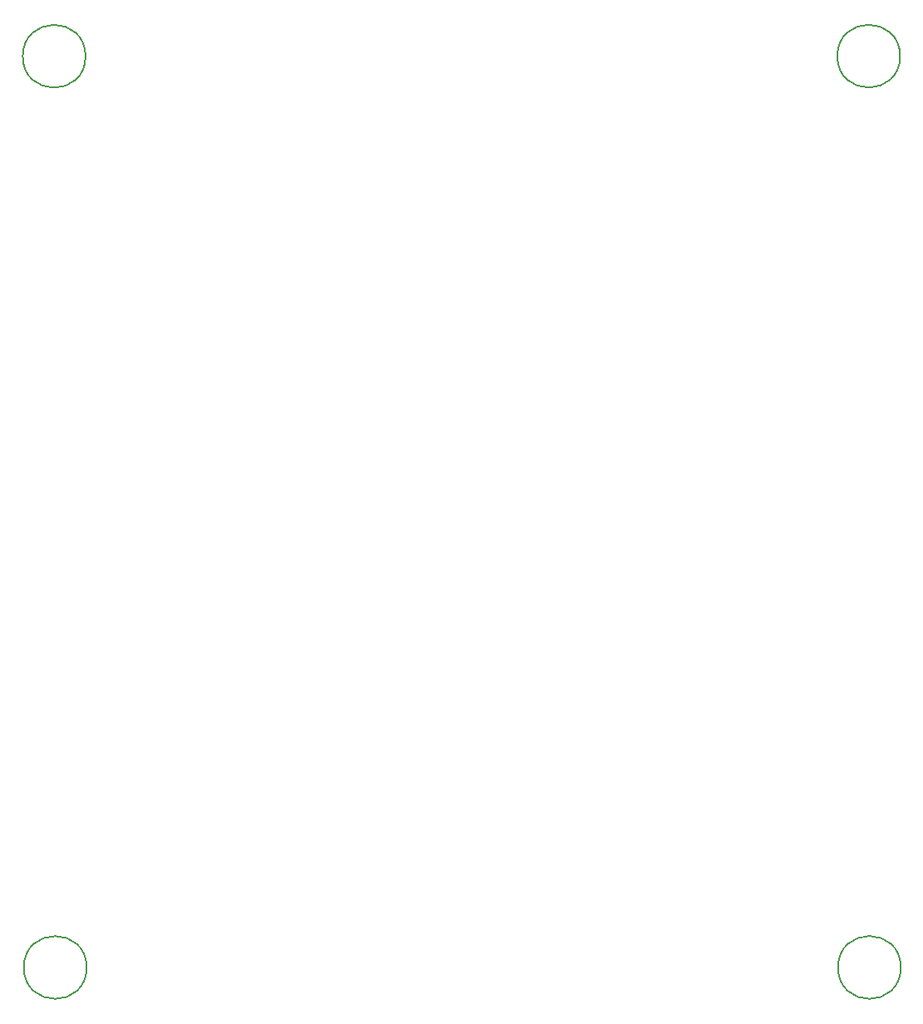
<source format=gbr>
%TF.GenerationSoftware,KiCad,Pcbnew,8.99.0-unknown-498d2c9db1~178~ubuntu22.04.1*%
%TF.CreationDate,2024-05-21T12:15:03+05:30*%
%TF.ProjectId,DDX-4,4444582d-342e-46b6-9963-61645f706362,rev?*%
%TF.SameCoordinates,Original*%
%TF.FileFunction,Other,Comment*%
%FSLAX46Y46*%
G04 Gerber Fmt 4.6, Leading zero omitted, Abs format (unit mm)*
G04 Created by KiCad (PCBNEW 8.99.0-unknown-498d2c9db1~178~ubuntu22.04.1) date 2024-05-21 12:15:03*
%MOMM*%
%LPD*%
G01*
G04 APERTURE LIST*
%ADD10C,0.150000*%
G04 APERTURE END LIST*
D10*
%TO.C,H3*%
X143752944Y-159132944D02*
G75*
G02*
X137352944Y-159132944I-3200000J0D01*
G01*
X137352944Y-159132944D02*
G75*
G02*
X143752944Y-159132944I3200000J0D01*
G01*
%TO.C,H4*%
X226730000Y-159130000D02*
G75*
G02*
X220330000Y-159130000I-3200000J0D01*
G01*
X220330000Y-159130000D02*
G75*
G02*
X226730000Y-159130000I3200000J0D01*
G01*
%TO.C,H1*%
X143642944Y-66312944D02*
G75*
G02*
X137242944Y-66312944I-3200000J0D01*
G01*
X137242944Y-66312944D02*
G75*
G02*
X143642944Y-66312944I3200000J0D01*
G01*
%TO.C,H2*%
X226657056Y-66302944D02*
G75*
G02*
X220257056Y-66302944I-3200000J0D01*
G01*
X220257056Y-66302944D02*
G75*
G02*
X226657056Y-66302944I3200000J0D01*
G01*
%TD*%
M02*

</source>
